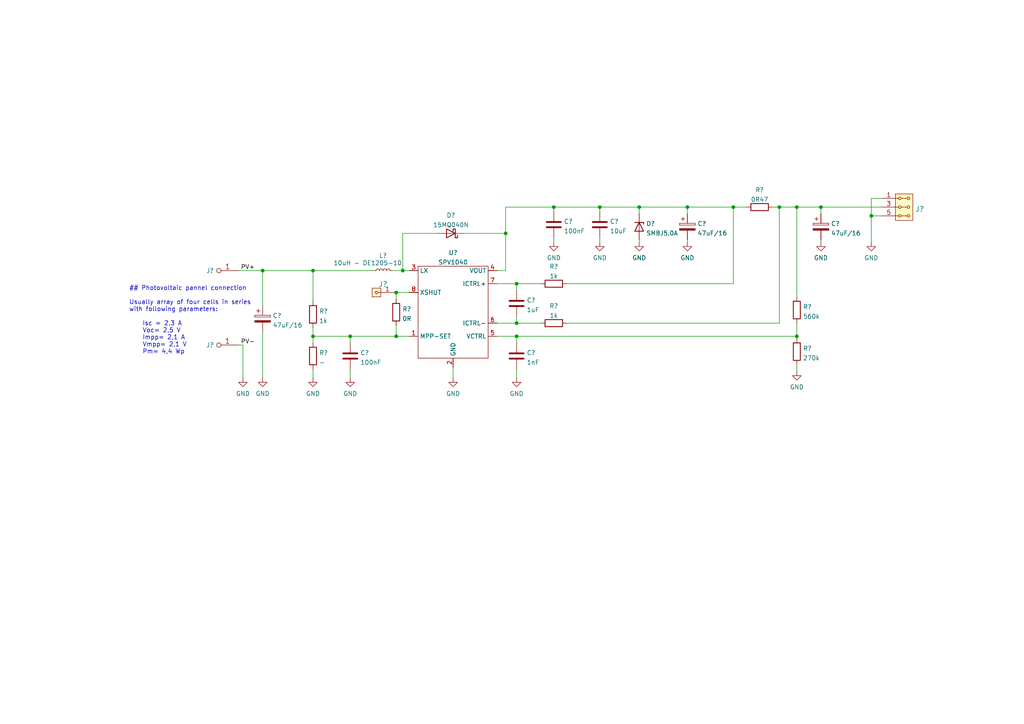
<source format=kicad_sch>
(kicad_sch (version 20211123) (generator eeschema)
  (paper "A4")
  (lib_symbols
    (symbol "Device:C" (pin_numbers hide) (pin_names (offset 0.254))
      (property "Reference" "C" (at 0.635 2.54 0))
      (property "Value" "C" (at 0.635 -2.54 0))
      (symbol "C_0_1"
        (polyline (pts (xy -2.032 -0.762) (xy 2.032 -0.762)) (stroke (width 0.508)))
        (polyline (pts (xy -2.032 0.762) (xy 2.032 0.762)) (stroke (width 0.508)))
      )
      (symbol "C_1_1"
        (pin passive line (at 0 3.81 270) (length 2.794) (name "~") (number "1"))
        (pin passive line (at 0 -3.81 90) (length 2.794) (name "~") (number "2"))
      )
    )
    (symbol "Device:C_Polarized" (pin_numbers hide) (pin_names (offset 0.254))
      (property "Reference" "C" (at 0.635 2.54 0))
      (property "Value" "C_Polarized" (at 0.635 -2.54 0))
      (symbol "C_Polarized_0_1"
        (rectangle (start -2.286 0.508) (end 2.286 1.016))
        (polyline (pts (xy -1.778 2.286) (xy -0.762 2.286)))
        (polyline (pts (xy -1.27 2.794) (xy -1.27 1.778)))
        (rectangle (start 2.286 -0.508) (end -2.286 -1.016) (fill (type outline)))
      )
      (symbol "C_Polarized_1_1"
        (pin passive line (at 0 3.81 270) (length 2.794) (name "~") (number "1"))
        (pin passive line (at 0 -3.81 90) (length 2.794) (name "~") (number "2"))
      )
    )
    (symbol "Device:D_Schottky" (pin_numbers hide) (pin_names (offset 1.016) hide)
      (property "Reference" "D" (at 0 2.54 0))
      (property "Value" "D_Schottky" (at 0 -2.54 0))
      (symbol "D_Schottky_0_1"
        (polyline (pts (xy 1.27 0) (xy -1.27 0)))
        (polyline (pts (xy 1.27 1.27) (xy 1.27 -1.27) (xy -1.27 0) (xy 1.27 1.27)) (stroke (width 0.254)))
        (polyline (pts (xy -1.905 0.635) (xy -1.905 1.27) (xy -1.27 1.27) (xy -1.27 -1.27) (xy -0.635 -1.27) (xy -0.635 -0.635)) (stroke (width 0.254)))
      )
      (symbol "D_Schottky_1_1"
        (pin passive line (at -3.81 0 0) (length 2.54) (name "K") (number "1"))
        (pin passive line (at 3.81 0 180) (length 2.54) (name "A") (number "2"))
      )
    )
    (symbol "Device:D_Zener" (pin_numbers hide) (pin_names (offset 1.016) hide)
      (property "Reference" "D" (at 0 2.54 0))
      (property "Value" "D_Zener" (at 0 -2.54 0))
      (symbol "D_Zener_0_1"
        (polyline (pts (xy 1.27 0) (xy -1.27 0)))
        (polyline (pts (xy -1.27 -1.27) (xy -1.27 1.27) (xy -0.762 1.27)) (stroke (width 0.254)))
        (polyline (pts (xy 1.27 -1.27) (xy 1.27 1.27) (xy -1.27 0) (xy 1.27 -1.27)) (stroke (width 0.254)))
      )
      (symbol "D_Zener_1_1"
        (pin passive line (at -3.81 0 0) (length 2.54) (name "K") (number "1"))
        (pin passive line (at 3.81 0 180) (length 2.54) (name "A") (number "2"))
      )
    )
    (symbol "Device:L_Small" (pin_numbers hide) (pin_names (offset 0.254) hide)
      (property "Reference" "L" (at 0.762 1.016 0))
      (property "Value" "L_Small" (at 0.762 -1.016 0))
      (symbol "L_Small_0_1"
        (arc (start 0 -2.032) (mid 0.508 -1.524) (end 0 -1.016))
        (arc (start 0 -1.016) (mid 0.508 -0.508) (end 0 0))
        (arc (start 0 0) (mid 0.508 0.508) (end 0 1.016))
        (arc (start 0 1.016) (mid 0.508 1.524) (end 0 2.032))
      )
      (symbol "L_Small_1_1"
        (pin passive line (at 0 2.54 270) (length 0.508) (name "~") (number "1"))
        (pin passive line (at 0 -2.54 90) (length 0.508) (name "~") (number "2"))
      )
    )
    (symbol "Device:R" (pin_numbers hide) (pin_names (offset 0))
      (property "Reference" "R" (at 2.032 0 90))
      (property "Value" "R" (at 0 0 90))
      (symbol "R_0_1"
        (rectangle (start -1.016 -2.54) (end 1.016 2.54) (stroke (width 0.254)))
      )
      (symbol "R_1_1"
        (pin passive line (at 0 3.81 270) (length 1.27) (name "~") (number "1"))
        (pin passive line (at 0 -3.81 90) (length 1.27) (name "~") (number "2"))
      )
    )
    (symbol "MLAB_HEADER:HEADER_1x01" (pin_names (offset 1.016))
      (property "Reference" "J" (at 0 -2.54 0))
      (property "Value" "HEADER_1x01" (at 0 2.54 0))
      (symbol "HEADER_1x01_0_1"
        (rectangle (start -1.27 1.27) (end 1.27 -1.27) (fill (type background)))
        (polyline (pts (xy -1.27 0) (xy -0.381 0)))
        (circle (center 0 0) (radius 0.381))
      )
      (symbol "HEADER_1x01_1_1"
        (pin input line (at -5.08 0 0) (length 3.81) (name "~") (number "1"))
      )
    )
    (symbol "MLAB_HEADER:HEADER_2x03_PARALLEL" (pin_names (offset 1.016))
      (property "Reference" "J" (at 0 -5.08 0))
      (property "Value" "HEADER_2x03_PARALLEL" (at 0 5.08 0))
      (symbol "HEADER_2x03_PARALLEL_0_1"
        (rectangle (start -2.54 3.81) (end 2.54 -3.81) (fill (type background)))
        (circle (center -1.27 -2.54) (radius 0.381))
        (circle (center -1.27 0) (radius 0.381))
        (circle (center -1.27 2.54) (radius 0.381))
        (polyline (pts (xy -1.651 -2.54) (xy -2.54 -2.54)))
        (polyline (pts (xy -1.651 0) (xy -2.54 0)))
        (polyline (pts (xy -1.651 2.54) (xy -2.54 2.54)))
        (polyline (pts (xy -0.889 -2.54) (xy 0.889 -2.54)))
        (polyline (pts (xy -0.889 0) (xy 0.889 0)))
        (polyline (pts (xy -0.889 2.54) (xy 0.889 2.54)))
        (circle (center 1.27 -2.54) (radius 0.381))
        (circle (center 1.27 0) (radius 0.381))
        (circle (center 1.27 2.54) (radius 0.381))
      )
      (symbol "HEADER_2x03_PARALLEL_1_1"
        (pin input line (at -6.35 2.54 0) (length 3.81) (name "~") (number "1"))
        (pin input line (at -6.35 2.54 0) (length 3.81) hide (name "~") (number "2"))
        (pin input line (at -6.35 0 0) (length 3.81) (name "~") (number "3"))
        (pin input line (at -6.35 0 0) (length 3.81) hide (name "~") (number "4"))
        (pin input line (at -6.35 -2.54 0) (length 3.81) (name "~") (number "5"))
        (pin input line (at -6.35 -2.54 0) (length 3.81) hide (name "~") (number "6"))
      )
    )
    (symbol "MLAB_IO:SPV1040"
      (property "Reference" "U" (at 20.32 -1.27 0))
      (property "Value" "SPV1040" (at 24.13 -5.08 0))
      (symbol "SPV1040_0_1"
        (rectangle (start -10.16 7.62) (end 10.16 -19.05) (stroke (width 0.1524)))
      )
      (symbol "SPV1040_1_1"
        (pin unspecified line (at -12.7 -12.7 0) (length 2.54) (name "MPP-SET") (number "1"))
        (pin unspecified line (at 0 -21.59 90) (length 2.54) (name "GND") (number "2"))
        (pin unspecified line (at -12.7 6.35 0) (length 2.54) (name "LX") (number "3"))
        (pin unspecified line (at 12.7 6.35 180) (length 2.54) (name "VOUT") (number "4"))
        (pin unspecified line (at 12.7 -12.7 180) (length 2.54) (name "VCTRL") (number "5"))
        (pin unspecified line (at 12.7 -8.89 180) (length 2.54) (name "ICTRL-") (number "6"))
        (pin unspecified line (at 12.7 2.54 180) (length 2.54) (name "ICTRL+") (number "7"))
        (pin unspecified line (at -12.7 0 0) (length 2.54) (name "XSHUT") (number "8"))
      )
    )
    (symbol "MLAB_Jumpers:CONN1_1" (pin_names (offset 1.016) hide)
      (property "Reference" "J" (at 1.27 1.27 0))
      (symbol "CONN1_1_1_1"
        (pin passive inverted (at -7.62 1.27 0) (length 6.35) (name "P1") (number "1"))
      )
    )
    (symbol "power:GND" (power) (pin_names (offset 0))
      (property "Value" "GND" (at 0 -3.81 0))
      (symbol "GND_0_1"
        (polyline (pts (xy 0 0) (xy 0 -1.27) (xy 1.27 -1.27) (xy 0 -2.54) (xy -1.27 -1.27) (xy 0 -1.27)))
      )
      (symbol "GND_1_1"
        (pin power_in line (at 0 0 270) (length 0) hide (name "GND") (number "1"))
      )
    )
  )
  (junction (at 149.8346 82.296))
  (junction (at 199.3646 60.071))
  (junction (at 160.6296 60.071))
  (junction (at 114.9096 97.536))
  (junction (at 114.9096 84.836))
  (junction (at 146.6596 67.691))
  (junction (at 116.8146 78.486))
  (junction (at 90.7796 97.536))
  (junction (at 226.0346 60.071))
  (junction (at 90.7796 78.486))
  (junction (at 149.8346 97.536))
  (junction (at 231.1146 60.071))
  (junction (at 76.1746 78.486))
  (junction (at 185.3946 60.071))
  (junction (at 238.0996 60.071))
  (junction (at 173.9646 60.071))
  (junction (at 101.5746 97.536))
  (junction (at 252.7046 62.611))
  (junction (at 231.1146 97.536))
  (junction (at 149.8346 93.726))
  (junction (at 212.6996 60.071))
  (wire (pts (xy 70.4596 100.076) (xy 70.4596 109.601)))
  (wire (pts (xy 108.5596 78.486) (xy 90.7796 78.486)))
  (wire (pts (xy 226.0346 60.071) (xy 224.1296 60.071)))
  (wire (pts (xy 173.9646 60.071) (xy 173.9646 61.341)))
  (wire (pts (xy 131.4196 109.601) (xy 131.4196 106.426)))
  (wire (pts (xy 164.4396 82.296) (xy 212.6996 82.296)))
  (wire (pts (xy 146.6596 60.071) (xy 160.6296 60.071)))
  (wire (pts (xy 101.5746 99.441) (xy 101.5746 97.536)))
  (wire (pts (xy 146.6596 78.486) (xy 144.1196 78.486)))
  (wire (pts (xy 90.7796 97.536) (xy 90.7796 99.441)))
  (wire (pts (xy 255.8796 57.531) (xy 252.7046 57.531)))
  (wire (pts (xy 226.0346 60.071) (xy 231.1146 60.071)))
  (wire (pts (xy 185.3946 69.596) (xy 185.3946 70.231)))
  (wire (pts (xy 90.7796 87.376) (xy 90.7796 78.486)))
  (wire (pts (xy 90.7796 78.486) (xy 76.1746 78.486)))
  (wire (pts (xy 255.8796 62.611) (xy 252.7046 62.611)))
  (wire (pts (xy 114.9096 84.836) (xy 114.2746 84.836)))
  (wire (pts (xy 149.8346 93.726) (xy 149.8346 91.821)))
  (wire (pts (xy 231.1146 60.071) (xy 238.0996 60.071)))
  (wire (pts (xy 238.0996 60.071) (xy 255.8796 60.071)))
  (wire (pts (xy 199.3646 69.596) (xy 199.3646 70.231)))
  (wire (pts (xy 199.3646 60.071) (xy 212.6996 60.071)))
  (wire (pts (xy 146.6596 67.691) (xy 146.6596 60.071)))
  (wire (pts (xy 69.1896 100.076) (xy 70.4596 100.076)))
  (wire (pts (xy 116.8146 78.486) (xy 113.6396 78.486)))
  (wire (pts (xy 231.1146 98.171) (xy 231.1146 97.536)))
  (wire (pts (xy 149.8346 82.296) (xy 156.8196 82.296)))
  (wire (pts (xy 231.1146 107.696) (xy 231.1146 105.791)))
  (wire (pts (xy 149.8346 82.296) (xy 144.1196 82.296)))
  (wire (pts (xy 101.5746 109.601) (xy 101.5746 107.061)))
  (wire (pts (xy 160.6296 60.071) (xy 173.9646 60.071)))
  (wire (pts (xy 114.9096 84.836) (xy 114.9096 86.741)))
  (wire (pts (xy 118.7196 84.836) (xy 114.9096 84.836)))
  (wire (pts (xy 90.7796 109.601) (xy 90.7796 107.061)))
  (wire (pts (xy 134.5946 67.691) (xy 146.6596 67.691)))
  (wire (pts (xy 118.7196 78.486) (xy 116.8146 78.486)))
  (wire (pts (xy 173.9646 68.961) (xy 173.9646 70.231)))
  (wire (pts (xy 149.8346 84.201) (xy 149.8346 82.296)))
  (wire (pts (xy 76.1746 96.266) (xy 76.1746 109.601)))
  (wire (pts (xy 116.8146 67.691) (xy 126.9746 67.691)))
  (wire (pts (xy 185.3946 61.976) (xy 185.3946 60.071)))
  (wire (pts (xy 212.6996 82.296) (xy 212.6996 60.071)))
  (wire (pts (xy 146.6596 67.691) (xy 146.6596 78.486)))
  (wire (pts (xy 252.7046 57.531) (xy 252.7046 62.611)))
  (wire (pts (xy 231.1146 86.106) (xy 231.1146 60.071)))
  (wire (pts (xy 226.0346 93.726) (xy 226.0346 60.071)))
  (wire (pts (xy 114.9096 97.536) (xy 114.9096 94.361)))
  (wire (pts (xy 185.3946 60.071) (xy 199.3646 60.071)))
  (wire (pts (xy 252.7046 62.611) (xy 252.7046 70.231)))
  (wire (pts (xy 238.0996 61.976) (xy 238.0996 60.071)))
  (wire (pts (xy 118.7196 97.536) (xy 114.9096 97.536)))
  (wire (pts (xy 173.9646 60.071) (xy 185.3946 60.071)))
  (wire (pts (xy 116.8146 78.486) (xy 116.8146 67.691)))
  (wire (pts (xy 149.8346 97.536) (xy 231.1146 97.536)))
  (wire (pts (xy 101.5746 97.536) (xy 90.7796 97.536)))
  (wire (pts (xy 199.3646 61.976) (xy 199.3646 60.071)))
  (wire (pts (xy 212.6996 60.071) (xy 216.5096 60.071)))
  (wire (pts (xy 160.6296 61.341) (xy 160.6296 60.071)))
  (wire (pts (xy 76.1746 78.486) (xy 69.1896 78.486)))
  (wire (pts (xy 76.1746 88.646) (xy 76.1746 78.486)))
  (wire (pts (xy 160.6296 68.961) (xy 160.6296 70.231)))
  (wire (pts (xy 238.0996 69.596) (xy 238.0996 70.231)))
  (wire (pts (xy 164.4396 93.726) (xy 226.0346 93.726)))
  (wire (pts (xy 90.7796 97.536) (xy 90.7796 94.996)))
  (wire (pts (xy 114.9096 97.536) (xy 101.5746 97.536)))
  (wire (pts (xy 149.8346 99.441) (xy 149.8346 97.536)))
  (wire (pts (xy 149.8346 109.601) (xy 149.8346 107.061)))
  (wire (pts (xy 156.8196 93.726) (xy 149.8346 93.726)))
  (wire (pts (xy 144.1196 93.726) (xy 149.8346 93.726)))
  (wire (pts (xy 231.1146 97.536) (xy 231.1146 93.726)))
  (wire (pts (xy 144.1196 97.536) (xy 149.8346 97.536)))
  (text "## Photovoltaic pannel connection\n\nUsually array of four cells in series \nwith following parameters:\n\n    Isc = 2,3 A\n    Voc= 2,5 V\n    Impp= 2,1 A\n    Vmpp= 2,1 V\n    Pm= 4,4 Wp\n\n\n\n" (at 37.4396 108.966 0) (effects (font (size 1.27 1.27)) (justify left bottom)))
  (label "PV+" (at 69.8246 78.486 0))
  (label "PV-" (at 69.8246 100.076 0))
  (symbol (lib_id "Device:C") (at 101.5746 103.251 0) (unit 1)
    (property "Reference" "C?" (at 104.4956 102.3425 0) (effects (justify left)))
    (property "Value" "100nF" (at 104.4956 105.1176 0) (effects (justify left)))
    (property "Footprint" "Capacitor_SMD:C_0805_2012Metric" (effects hide))
    (property "UST_ID" "5c70984712875079b91f8b4c" (effects hide))
  )
  (symbol (lib_id "power:GND") (at 185.3946 70.231 0) (unit 1)
    (property "Reference" "#PWR?" (effects hide))
    (property "Value" "GND" (at 185.3946 74.7934 0))
  )
  (symbol (lib_id "power:GND") (at 149.8346 109.601 0) (unit 1)
    (property "Reference" "#PWR?" (effects hide))
    (property "Value" "GND" (at 149.8346 114.1634 0))
  )
  (symbol (lib_id "Device:R") (at 114.9096 90.551 0) (unit 1)
    (property "Reference" "R?" (at 116.6876 89.6425 0) (effects (justify left)))
    (property "Value" "0R" (at 116.6876 92.4176 0) (effects (justify left)))
    (property "Footprint" "Resistor_SMD:R_0805_2012Metric" (effects hide))
    (property "UST_ID" "5c70984512875079b91f896b" (effects hide))
  )
  (symbol (lib_id "power:GND") (at 101.5746 109.601 0) (unit 1)
    (property "Reference" "#PWR?" (effects hide))
    (property "Value" "GND" (at 101.5746 114.1634 0))
  )
  (symbol (lib_id "Device:C_Polarized") (at 238.0996 65.786 0) (unit 1)
    (property "Reference" "C?" (at 241.0206 64.8775 0) (effects (justify left)))
    (property "Value" "47uF/16" (at 241.0206 67.6526 0) (effects (justify left)))
    (property "Footprint" "Mlab_C:TantalC_SizeC_Reflow" (effects hide))
    (property "UST_ID" "5c70984412875079b91f8867" (effects hide))
  )
  (symbol (lib_id "Device:C_Polarized") (at 76.1746 92.456 0) (unit 1)
    (property "Reference" "C?" (at 79.0956 91.5475 0) (effects (justify left)))
    (property "Value" "47uF/16" (at 79.0956 94.3226 0) (effects (justify left)))
    (property "Footprint" "Mlab_C:TantalC_SizeC_Reflow" (effects hide))
    (property "UST_ID" "5c70984412875079b91f8867" (effects hide))
  )
  (symbol (lib_id "Device:R") (at 160.6296 82.296 90) (unit 1)
    (property "Reference" "R?" (at 160.6296 77.3135 90))
    (property "Value" "1k" (at 160.6296 80.0886 90))
    (property "Footprint" "Resistor_SMD:R_0805_2012Metric" (effects hide))
    (property "UST_ID" "5c70984512875079b91f898c" (effects hide))
  )
  (symbol (lib_id "Device:R") (at 220.3196 60.071 270) (unit 1)
    (property "Reference" "R?" (at 220.3196 55.0885 90))
    (property "Value" "0R47" (at 220.3196 57.8636 90))
    (property "Footprint" "Resistor_SMD:R_1206_3216Metric" (effects hide))
    (property "UST_ID" "60be2ed51287500165e6c1cd" (effects hide))
  )
  (symbol (lib_id "power:GND") (at 76.1746 109.601 0) (unit 1)
    (property "Reference" "#PWR?" (effects hide))
    (property "Value" "GND" (at 76.1746 114.1634 0))
  )
  (symbol (lib_id "Device:D_Zener") (at 185.3946 65.786 270) (unit 1)
    (property "Reference" "D?" (at 187.4266 64.8775 90) (effects (justify left)))
    (property "Value" "SMBJ5.0A" (at 187.4266 67.6526 90) (effects (justify left)))
    (property "Footprint" "Diode_SMD:D_SMA" (effects hide))
    (property "UST_ID" "5c70984512875079b91f88c7" (effects hide))
  )
  (symbol (lib_id "power:GND") (at 199.3646 70.231 0) (unit 1)
    (property "Reference" "#PWR?" (effects hide))
    (property "Value" "GND" (at 199.3646 74.7934 0))
  )
  (symbol (lib_id "Device:L_Small") (at 111.0996 78.486 90) (unit 1)
    (property "Reference" "L?" (at 111.0996 74.1384 90))
    (property "Value" "10uH - DE1205-10" (at 106.6546 76.2785 90))
    (property "Footprint" "Mlab_L:DE1205-10" (effects hide))
    (property "Datasheet" "https://www.tme.eu/Document/d1f8b47d020ebf11f3b92c6891638dfa/de.pdf" (effects hide))
    (property "UST_ID" "5c70984412875079b91f8822" (effects hide))
  )
  (symbol (lib_id "MLAB_IO:SPV1040") (at 131.4196 84.836 0) (unit 1)
    (property "Reference" "U?" (at 131.4196 73.3002 0))
    (property "Value" "SPV1040" (at 131.4196 76.0753 0))
    (property "Footprint" "Package_SO:TSSOP-8_4.4x3mm_P0.65mm" (effects hide))
    (property "UST_ID" "5c70984612875079b91f89bc" (effects hide))
  )
  (symbol (lib_id "Device:R") (at 90.7796 91.186 0) (unit 1)
    (property "Reference" "R?" (at 92.5576 90.2775 0) (effects (justify left)))
    (property "Value" "1k" (at 92.5576 93.0526 0) (effects (justify left)))
    (property "Footprint" "Resistor_SMD:R_0805_2012Metric" (effects hide))
    (property "UST_ID" "5c70984512875079b91f898c" (effects hide))
  )
  (symbol (lib_id "power:GND") (at 231.1146 107.696 0) (unit 1)
    (property "Reference" "#PWR?" (effects hide))
    (property "Value" "GND" (at 231.1146 112.2584 0))
  )
  (symbol (lib_id "power:GND") (at 238.0996 70.231 0) (unit 1)
    (property "Reference" "#PWR?" (effects hide))
    (property "Value" "GND" (at 238.0996 74.7934 0))
  )
  (symbol (lib_id "Device:C") (at 173.9646 65.151 0) (unit 1)
    (property "Reference" "C?" (at 176.8856 64.2425 0) (effects (justify left)))
    (property "Value" "10uF" (at 176.8856 67.0176 0) (effects (justify left)))
    (property "Footprint" "Capacitor_SMD:C_0805_2012Metric" (effects hide))
    (property "UST_ID" "5c70984812875079b91f8bbd" (effects hide))
  )
  (symbol (lib_id "Device:R") (at 160.6296 93.726 90) (unit 1)
    (property "Reference" "R?" (at 160.6296 88.7435 90))
    (property "Value" "1k" (at 160.6296 91.5186 90))
    (property "Footprint" "Resistor_SMD:R_0805_2012Metric" (effects hide))
    (property "UST_ID" "5c70984512875079b91f898c" (effects hide))
  )
  (symbol (lib_id "power:GND") (at 252.7046 70.231 0) (unit 1)
    (property "Reference" "#PWR?" (effects hide))
    (property "Value" "GND" (at 252.7046 74.7934 0))
  )
  (symbol (lib_id "MLAB_HEADER:HEADER_2x03_PARALLEL") (at 262.2296 60.071 0) (unit 1)
    (property "Reference" "J?" (at 265.4046 60.6458 0) (effects (font (size 1.524 1.524)) (justify left)))
    (property "Value" "HEADER_2x03_PARALLEL" (effects hide))
    (property "Footprint" "Mlab_Pin_Headers:Straight_2x03" (effects hide))
  )
  (symbol (lib_id "power:GND") (at 70.4596 109.601 0) (unit 1)
    (property "Reference" "#PWR?" (effects hide))
    (property "Value" "GND" (at 70.4596 114.1634 0))
  )
  (symbol (lib_id "Device:C") (at 149.8346 103.251 0) (unit 1)
    (property "Reference" "C?" (at 152.7556 102.3425 0) (effects (justify left)))
    (property "Value" "1nF" (at 152.7556 105.1176 0) (effects (justify left)))
    (property "Footprint" "Capacitor_SMD:C_0805_2012Metric" (effects hide))
    (property "UST_ID" "5c70984712875079b91f8b45" (effects hide))
  )
  (symbol (lib_id "Device:R") (at 231.1146 101.981 180) (unit 1)
    (property "Reference" "R?" (at 232.8926 101.0725 0) (effects (justify right)))
    (property "Value" "270k" (at 232.8926 103.8476 0) (effects (justify right)))
    (property "Footprint" "Resistor_SMD:R_0805_2012Metric" (effects hide))
    (property "UST_ID" "5c70984712875079b91f8aa0" (effects hide))
  )
  (symbol (lib_id "Device:C") (at 149.8346 88.011 0) (unit 1)
    (property "Reference" "C?" (at 152.7556 87.1025 0) (effects (justify left)))
    (property "Value" "1uF" (at 152.7556 89.8776 0) (effects (justify left)))
    (property "Footprint" "Capacitor_SMD:C_0805_2012Metric" (effects hide))
    (property "UST_ID" "5c70984712875079b91f8b50" (effects hide))
  )
  (symbol (lib_id "MLAB_HEADER:HEADER_1x01") (at 109.1946 84.836 180) (unit 1)
    (property "Reference" "J?" (at 111.0996 82.4411 0) (effects (font (size 1.524 1.524))))
    (property "Value" "HEADER_1x01" (effects hide))
    (property "Footprint" "Mlab_Pin_Headers:Straight_1x01" (effects hide))
  )
  (symbol (lib_id "power:GND") (at 173.9646 70.231 0) (unit 1)
    (property "Reference" "#PWR?" (effects hide))
    (property "Value" "GND" (at 173.9646 74.7934 0))
  )
  (symbol (lib_id "power:GND") (at 90.7796 109.601 0) (unit 1)
    (property "Reference" "#PWR?" (effects hide))
    (property "Value" "GND" (at 90.7796 114.1634 0))
  )
  (symbol (lib_id "power:GND") (at 160.6296 70.231 0) (unit 1)
    (property "Reference" "#PWR?" (effects hide))
    (property "Value" "GND" (at 160.6296 74.7934 0))
  )
  (symbol (lib_id "power:GND") (at 131.4196 109.601 0) (unit 1)
    (property "Reference" "#PWR?" (effects hide))
    (property "Value" "GND" (at 131.4196 114.1634 0))
  )
  (symbol (lib_id "Device:R") (at 90.7796 103.251 0) (unit 1)
    (property "Reference" "R?" (at 92.5576 102.3425 0) (effects (justify left)))
    (property "Value" "-" (at 92.5576 105.1176 0) (effects (justify left)))
    (property "Footprint" "Resistor_SMD:R_0805_2012Metric" (effects hide))
  )
  (symbol (lib_id "Device:R") (at 231.1146 89.916 180) (unit 1)
    (property "Reference" "R?" (at 232.8926 89.0075 0) (effects (justify right)))
    (property "Value" "560k" (at 232.8926 91.7826 0) (effects (justify right)))
    (property "Footprint" "Resistor_SMD:R_0805_2012Metric" (effects hide))
    (property "UST_ID" "5c70984712875079b91f8aa6" (effects hide))
  )
  (symbol (lib_id "MLAB_Jumpers:CONN1_1") (at 61.5696 77.216 180) (unit 1)
    (property "Reference" "J?" (at 60.9346 78.486 0))
    (property "Value" "WAGO 256 RED" (effects hide))
    (property "Footprint" "Mlab_CON:WAGO256" (effects hide))
    (property "UST_ID" "5c70984412875079b91f87c5" (effects hide))
  )
  (symbol (lib_id "Device:C_Polarized") (at 199.3646 65.786 0) (unit 1)
    (property "Reference" "C?" (at 202.2856 64.8775 0) (effects (justify left)))
    (property "Value" "47uF/16" (at 202.2856 67.6526 0) (effects (justify left)))
    (property "Footprint" "Mlab_C:TantalC_SizeC_Reflow" (effects hide))
    (property "UST_ID" "5c70984412875079b91f8867" (effects hide))
  )
  (symbol (lib_id "MLAB_Jumpers:CONN1_1") (at 61.5696 98.806 180) (unit 1)
    (property "Reference" "J?" (at 60.9346 100.076 0))
    (property "Value" "WAGO 256 BLUE" (effects hide))
    (property "Footprint" "Mlab_CON:WAGO256" (effects hide))
    (property "UST_ID" "5c70984412875079b91f87c3" (effects hide))
  )
  (symbol (lib_id "Device:C") (at 160.6296 65.151 0) (unit 1)
    (property "Reference" "C?" (at 163.5506 64.2425 0) (effects (justify left)))
    (property "Value" "100nF" (at 163.5506 67.0176 0) (effects (justify left)))
    (property "Footprint" "Capacitor_SMD:C_0805_2012Metric" (effects hide))
    (property "UST_ID" "5c70984712875079b91f8b4c" (effects hide))
  )
  (symbol (lib_id "Device:D_Schottky") (at 130.7846 67.691 180) (unit 1)
    (property "Reference" "D?" (at 130.7846 62.4545 0))
    (property "Value" "15MQ040N" (at 130.7846 65.2296 0))
    (property "Footprint" "Diode_SMD:D_SMA" (effects hide))
    (property "UST_ID" "5c70984512875079b91f88b0" (effects hide))
  )
)
</source>
